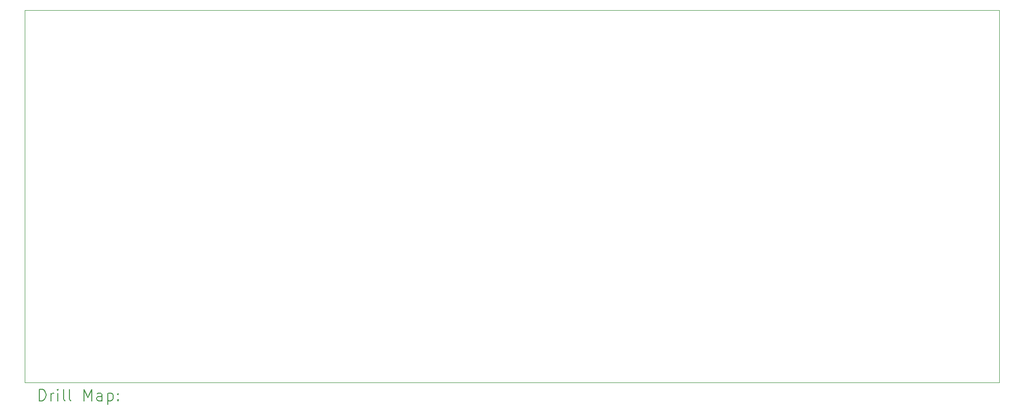
<source format=gbr>
%TF.GenerationSoftware,KiCad,Pcbnew,8.0.6*%
%TF.CreationDate,2024-12-15T12:14:28-05:00*%
%TF.ProjectId,SmallPSU,536d616c-6c50-4535-952e-6b696361645f,1.0*%
%TF.SameCoordinates,Original*%
%TF.FileFunction,Drillmap*%
%TF.FilePolarity,Positive*%
%FSLAX45Y45*%
G04 Gerber Fmt 4.5, Leading zero omitted, Abs format (unit mm)*
G04 Created by KiCad (PCBNEW 8.0.6) date 2024-12-15 12:14:28*
%MOMM*%
%LPD*%
G01*
G04 APERTURE LIST*
%ADD10C,0.050000*%
%ADD11C,0.200000*%
G04 APERTURE END LIST*
D10*
X6700000Y-2350000D02*
X23700000Y-2350000D01*
X23700000Y-8850000D01*
X6700000Y-8850000D01*
X6700000Y-2350000D01*
D11*
X6958277Y-9163984D02*
X6958277Y-8963984D01*
X6958277Y-8963984D02*
X7005896Y-8963984D01*
X7005896Y-8963984D02*
X7034467Y-8973508D01*
X7034467Y-8973508D02*
X7053515Y-8992555D01*
X7053515Y-8992555D02*
X7063039Y-9011603D01*
X7063039Y-9011603D02*
X7072562Y-9049698D01*
X7072562Y-9049698D02*
X7072562Y-9078270D01*
X7072562Y-9078270D02*
X7063039Y-9116365D01*
X7063039Y-9116365D02*
X7053515Y-9135412D01*
X7053515Y-9135412D02*
X7034467Y-9154460D01*
X7034467Y-9154460D02*
X7005896Y-9163984D01*
X7005896Y-9163984D02*
X6958277Y-9163984D01*
X7158277Y-9163984D02*
X7158277Y-9030650D01*
X7158277Y-9068746D02*
X7167801Y-9049698D01*
X7167801Y-9049698D02*
X7177324Y-9040174D01*
X7177324Y-9040174D02*
X7196372Y-9030650D01*
X7196372Y-9030650D02*
X7215420Y-9030650D01*
X7282086Y-9163984D02*
X7282086Y-9030650D01*
X7282086Y-8963984D02*
X7272562Y-8973508D01*
X7272562Y-8973508D02*
X7282086Y-8983031D01*
X7282086Y-8983031D02*
X7291610Y-8973508D01*
X7291610Y-8973508D02*
X7282086Y-8963984D01*
X7282086Y-8963984D02*
X7282086Y-8983031D01*
X7405896Y-9163984D02*
X7386848Y-9154460D01*
X7386848Y-9154460D02*
X7377324Y-9135412D01*
X7377324Y-9135412D02*
X7377324Y-8963984D01*
X7510658Y-9163984D02*
X7491610Y-9154460D01*
X7491610Y-9154460D02*
X7482086Y-9135412D01*
X7482086Y-9135412D02*
X7482086Y-8963984D01*
X7739229Y-9163984D02*
X7739229Y-8963984D01*
X7739229Y-8963984D02*
X7805896Y-9106841D01*
X7805896Y-9106841D02*
X7872562Y-8963984D01*
X7872562Y-8963984D02*
X7872562Y-9163984D01*
X8053515Y-9163984D02*
X8053515Y-9059222D01*
X8053515Y-9059222D02*
X8043991Y-9040174D01*
X8043991Y-9040174D02*
X8024943Y-9030650D01*
X8024943Y-9030650D02*
X7986848Y-9030650D01*
X7986848Y-9030650D02*
X7967801Y-9040174D01*
X8053515Y-9154460D02*
X8034467Y-9163984D01*
X8034467Y-9163984D02*
X7986848Y-9163984D01*
X7986848Y-9163984D02*
X7967801Y-9154460D01*
X7967801Y-9154460D02*
X7958277Y-9135412D01*
X7958277Y-9135412D02*
X7958277Y-9116365D01*
X7958277Y-9116365D02*
X7967801Y-9097317D01*
X7967801Y-9097317D02*
X7986848Y-9087793D01*
X7986848Y-9087793D02*
X8034467Y-9087793D01*
X8034467Y-9087793D02*
X8053515Y-9078270D01*
X8148753Y-9030650D02*
X8148753Y-9230650D01*
X8148753Y-9040174D02*
X8167801Y-9030650D01*
X8167801Y-9030650D02*
X8205896Y-9030650D01*
X8205896Y-9030650D02*
X8224943Y-9040174D01*
X8224943Y-9040174D02*
X8234467Y-9049698D01*
X8234467Y-9049698D02*
X8243991Y-9068746D01*
X8243991Y-9068746D02*
X8243991Y-9125889D01*
X8243991Y-9125889D02*
X8234467Y-9144936D01*
X8234467Y-9144936D02*
X8224943Y-9154460D01*
X8224943Y-9154460D02*
X8205896Y-9163984D01*
X8205896Y-9163984D02*
X8167801Y-9163984D01*
X8167801Y-9163984D02*
X8148753Y-9154460D01*
X8329705Y-9144936D02*
X8339229Y-9154460D01*
X8339229Y-9154460D02*
X8329705Y-9163984D01*
X8329705Y-9163984D02*
X8320182Y-9154460D01*
X8320182Y-9154460D02*
X8329705Y-9144936D01*
X8329705Y-9144936D02*
X8329705Y-9163984D01*
X8329705Y-9040174D02*
X8339229Y-9049698D01*
X8339229Y-9049698D02*
X8329705Y-9059222D01*
X8329705Y-9059222D02*
X8320182Y-9049698D01*
X8320182Y-9049698D02*
X8329705Y-9040174D01*
X8329705Y-9040174D02*
X8329705Y-9059222D01*
M02*

</source>
